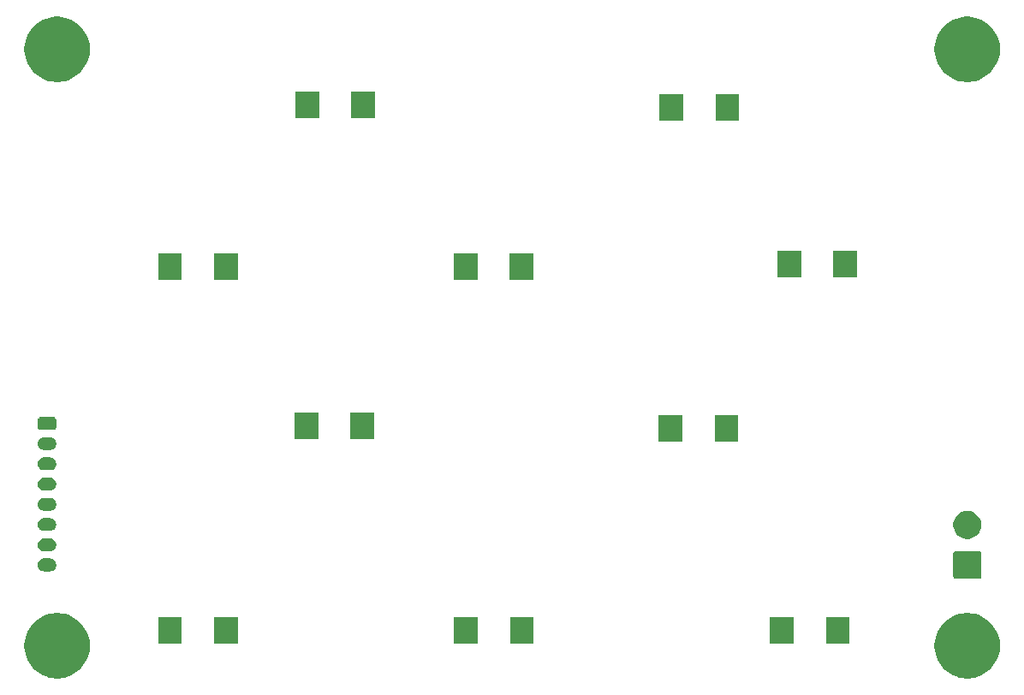
<source format=gbr>
%TF.GenerationSoftware,KiCad,Pcbnew,9.0.5*%
%TF.CreationDate,2025-11-04T14:37:27-05:00*%
%TF.ProjectId,display,64697370-6c61-4792-9e6b-696361645f70,0.1.0*%
%TF.SameCoordinates,Original*%
%TF.FileFunction,Soldermask,Bot*%
%TF.FilePolarity,Negative*%
%FSLAX46Y46*%
G04 Gerber Fmt 4.6, Leading zero omitted, Abs format (unit mm)*
G04 Created by KiCad (PCBNEW 9.0.5) date 2025-11-04 14:37:27*
%MOMM*%
%LPD*%
G01*
G04 APERTURE LIST*
G04 APERTURE END LIST*
G36*
X11475113Y-71797046D02*
G01*
X11786770Y-71859039D01*
X12090849Y-71951280D01*
X12384423Y-72072883D01*
X12664665Y-72222675D01*
X12928874Y-72399214D01*
X13174508Y-72600800D01*
X13399200Y-72825492D01*
X13600786Y-73071126D01*
X13777325Y-73335335D01*
X13927117Y-73615577D01*
X14048720Y-73909151D01*
X14140961Y-74213230D01*
X14202954Y-74524887D01*
X14234100Y-74841119D01*
X14234100Y-75158881D01*
X14202954Y-75475113D01*
X14140961Y-75786770D01*
X14048720Y-76090849D01*
X13927117Y-76384423D01*
X13777325Y-76664665D01*
X13600786Y-76928874D01*
X13399200Y-77174508D01*
X13174508Y-77399200D01*
X12928874Y-77600786D01*
X12664665Y-77777325D01*
X12384423Y-77927117D01*
X12090849Y-78048720D01*
X11786770Y-78140961D01*
X11475113Y-78202954D01*
X11158881Y-78234100D01*
X10841119Y-78234100D01*
X10524887Y-78202954D01*
X10213230Y-78140961D01*
X9909151Y-78048720D01*
X9615577Y-77927117D01*
X9335335Y-77777325D01*
X9071126Y-77600786D01*
X8825492Y-77399200D01*
X8600800Y-77174508D01*
X8399214Y-76928874D01*
X8222675Y-76664665D01*
X8072883Y-76384423D01*
X7951280Y-76090849D01*
X7859039Y-75786770D01*
X7797046Y-75475113D01*
X7765900Y-75158881D01*
X7765900Y-74841119D01*
X7797046Y-74524887D01*
X7859039Y-74213230D01*
X7951280Y-73909151D01*
X8072883Y-73615577D01*
X8222675Y-73335335D01*
X8399214Y-73071126D01*
X8600800Y-72825492D01*
X8825492Y-72600800D01*
X9071126Y-72399214D01*
X9335335Y-72222675D01*
X9615577Y-72072883D01*
X9909151Y-71951280D01*
X10213230Y-71859039D01*
X10524887Y-71797046D01*
X10841119Y-71765900D01*
X11158881Y-71765900D01*
X11475113Y-71797046D01*
G37*
G36*
X101475113Y-71797046D02*
G01*
X101786770Y-71859039D01*
X102090849Y-71951280D01*
X102384423Y-72072883D01*
X102664665Y-72222675D01*
X102928874Y-72399214D01*
X103174508Y-72600800D01*
X103399200Y-72825492D01*
X103600786Y-73071126D01*
X103777325Y-73335335D01*
X103927117Y-73615577D01*
X104048720Y-73909151D01*
X104140961Y-74213230D01*
X104202954Y-74524887D01*
X104234100Y-74841119D01*
X104234100Y-75158881D01*
X104202954Y-75475113D01*
X104140961Y-75786770D01*
X104048720Y-76090849D01*
X103927117Y-76384423D01*
X103777325Y-76664665D01*
X103600786Y-76928874D01*
X103399200Y-77174508D01*
X103174508Y-77399200D01*
X102928874Y-77600786D01*
X102664665Y-77777325D01*
X102384423Y-77927117D01*
X102090849Y-78048720D01*
X101786770Y-78140961D01*
X101475113Y-78202954D01*
X101158881Y-78234100D01*
X100841119Y-78234100D01*
X100524887Y-78202954D01*
X100213230Y-78140961D01*
X99909151Y-78048720D01*
X99615577Y-77927117D01*
X99335335Y-77777325D01*
X99071126Y-77600786D01*
X98825492Y-77399200D01*
X98600800Y-77174508D01*
X98399214Y-76928874D01*
X98222675Y-76664665D01*
X98072883Y-76384423D01*
X97951280Y-76090849D01*
X97859039Y-75786770D01*
X97797046Y-75475113D01*
X97765900Y-75158881D01*
X97765900Y-74841119D01*
X97797046Y-74524887D01*
X97859039Y-74213230D01*
X97951280Y-73909151D01*
X98072883Y-73615577D01*
X98222675Y-73335335D01*
X98399214Y-73071126D01*
X98600800Y-72825492D01*
X98825492Y-72600800D01*
X99071126Y-72399214D01*
X99335335Y-72222675D01*
X99615577Y-72072883D01*
X99909151Y-71951280D01*
X100213230Y-71859039D01*
X100524887Y-71797046D01*
X100841119Y-71765900D01*
X101158881Y-71765900D01*
X101475113Y-71797046D01*
G37*
G36*
X23298742Y-72169493D02*
G01*
X23311070Y-72177730D01*
X23319307Y-72190058D01*
X23322200Y-72204600D01*
X23322200Y-74795400D01*
X23319307Y-74809942D01*
X23311070Y-74822270D01*
X23298742Y-74830507D01*
X23284200Y-74833400D01*
X21023600Y-74833400D01*
X21009058Y-74830507D01*
X20996730Y-74822270D01*
X20988493Y-74809942D01*
X20985600Y-74795400D01*
X20985600Y-72204600D01*
X20988493Y-72190058D01*
X20996730Y-72177730D01*
X21009058Y-72169493D01*
X21023600Y-72166600D01*
X23284200Y-72166600D01*
X23298742Y-72169493D01*
G37*
G36*
X28835942Y-72169493D02*
G01*
X28848270Y-72177730D01*
X28856507Y-72190058D01*
X28859400Y-72204600D01*
X28859400Y-74795400D01*
X28856507Y-74809942D01*
X28848270Y-74822270D01*
X28835942Y-74830507D01*
X28821400Y-74833400D01*
X26560800Y-74833400D01*
X26546258Y-74830507D01*
X26533930Y-74822270D01*
X26525693Y-74809942D01*
X26522800Y-74795400D01*
X26522800Y-72204600D01*
X26525693Y-72190058D01*
X26533930Y-72177730D01*
X26546258Y-72169493D01*
X26560800Y-72166600D01*
X28821400Y-72166600D01*
X28835942Y-72169493D01*
G37*
G36*
X52548742Y-72169493D02*
G01*
X52561070Y-72177730D01*
X52569307Y-72190058D01*
X52572200Y-72204600D01*
X52572200Y-74795400D01*
X52569307Y-74809942D01*
X52561070Y-74822270D01*
X52548742Y-74830507D01*
X52534200Y-74833400D01*
X50273600Y-74833400D01*
X50259058Y-74830507D01*
X50246730Y-74822270D01*
X50238493Y-74809942D01*
X50235600Y-74795400D01*
X50235600Y-72204600D01*
X50238493Y-72190058D01*
X50246730Y-72177730D01*
X50259058Y-72169493D01*
X50273600Y-72166600D01*
X52534200Y-72166600D01*
X52548742Y-72169493D01*
G37*
G36*
X58085942Y-72169493D02*
G01*
X58098270Y-72177730D01*
X58106507Y-72190058D01*
X58109400Y-72204600D01*
X58109400Y-74795400D01*
X58106507Y-74809942D01*
X58098270Y-74822270D01*
X58085942Y-74830507D01*
X58071400Y-74833400D01*
X55810800Y-74833400D01*
X55796258Y-74830507D01*
X55783930Y-74822270D01*
X55775693Y-74809942D01*
X55772800Y-74795400D01*
X55772800Y-72204600D01*
X55775693Y-72190058D01*
X55783930Y-72177730D01*
X55796258Y-72169493D01*
X55810800Y-72166600D01*
X58071400Y-72166600D01*
X58085942Y-72169493D01*
G37*
G36*
X83798742Y-72169493D02*
G01*
X83811070Y-72177730D01*
X83819307Y-72190058D01*
X83822200Y-72204600D01*
X83822200Y-74795400D01*
X83819307Y-74809942D01*
X83811070Y-74822270D01*
X83798742Y-74830507D01*
X83784200Y-74833400D01*
X81523600Y-74833400D01*
X81509058Y-74830507D01*
X81496730Y-74822270D01*
X81488493Y-74809942D01*
X81485600Y-74795400D01*
X81485600Y-72204600D01*
X81488493Y-72190058D01*
X81496730Y-72177730D01*
X81509058Y-72169493D01*
X81523600Y-72166600D01*
X83784200Y-72166600D01*
X83798742Y-72169493D01*
G37*
G36*
X89335942Y-72169493D02*
G01*
X89348270Y-72177730D01*
X89356507Y-72190058D01*
X89359400Y-72204600D01*
X89359400Y-74795400D01*
X89356507Y-74809942D01*
X89348270Y-74822270D01*
X89335942Y-74830507D01*
X89321400Y-74833400D01*
X87060800Y-74833400D01*
X87046258Y-74830507D01*
X87033930Y-74822270D01*
X87025693Y-74809942D01*
X87022800Y-74795400D01*
X87022800Y-72204600D01*
X87025693Y-72190058D01*
X87033930Y-72177730D01*
X87046258Y-72169493D01*
X87060800Y-72166600D01*
X89321400Y-72166600D01*
X89335942Y-72169493D01*
G37*
G36*
X102168437Y-65619650D02*
G01*
X102183362Y-65626240D01*
X102191051Y-65627458D01*
X102223073Y-65643774D01*
X102265259Y-65662401D01*
X102340099Y-65737241D01*
X102358728Y-65779433D01*
X102375041Y-65811448D01*
X102376258Y-65819134D01*
X102382850Y-65834063D01*
X102390499Y-65900002D01*
X102390499Y-65909043D01*
X102390500Y-65909050D01*
X102390500Y-67062482D01*
X102390500Y-68099999D01*
X102382850Y-68165937D01*
X102376258Y-68180866D01*
X102375041Y-68188551D01*
X102358732Y-68220559D01*
X102340099Y-68262759D01*
X102265259Y-68337599D01*
X102223059Y-68356232D01*
X102191051Y-68372541D01*
X102183366Y-68373758D01*
X102168437Y-68380350D01*
X102102498Y-68387999D01*
X102093455Y-68387999D01*
X102093449Y-68388000D01*
X99911551Y-68388000D01*
X99911550Y-68387999D01*
X99902501Y-68388000D01*
X99836563Y-68380350D01*
X99821634Y-68373758D01*
X99813948Y-68372541D01*
X99781933Y-68356228D01*
X99739741Y-68337599D01*
X99664901Y-68262759D01*
X99646274Y-68220573D01*
X99629958Y-68188551D01*
X99628740Y-68180862D01*
X99622150Y-68165937D01*
X99614501Y-68099998D01*
X99614500Y-68090955D01*
X99614500Y-68090949D01*
X99614500Y-65909050D01*
X99614500Y-65909049D01*
X99614500Y-65900001D01*
X99622150Y-65834063D01*
X99628740Y-65819137D01*
X99629958Y-65811448D01*
X99646277Y-65779418D01*
X99664901Y-65737241D01*
X99739741Y-65662401D01*
X99781918Y-65643777D01*
X99813948Y-65627458D01*
X99821637Y-65626240D01*
X99836563Y-65619650D01*
X99902502Y-65612001D01*
X99911544Y-65612000D01*
X99911551Y-65612000D01*
X102093449Y-65612000D01*
X102102499Y-65612000D01*
X102168437Y-65619650D01*
G37*
G36*
X10337535Y-66365072D02*
G01*
X10460202Y-66389472D01*
X10575751Y-66437334D01*
X10679743Y-66506819D01*
X10768181Y-66595257D01*
X10837666Y-66699249D01*
X10885528Y-66814798D01*
X10909928Y-66937465D01*
X10909928Y-67062535D01*
X10885528Y-67185202D01*
X10837666Y-67300751D01*
X10768181Y-67404743D01*
X10679743Y-67493181D01*
X10575751Y-67562666D01*
X10460202Y-67610528D01*
X10337535Y-67634928D01*
X10275000Y-67638000D01*
X10272186Y-67638000D01*
X9727814Y-67638000D01*
X9725000Y-67638000D01*
X9662465Y-67634928D01*
X9539798Y-67610528D01*
X9424249Y-67562666D01*
X9320257Y-67493181D01*
X9231819Y-67404743D01*
X9162334Y-67300751D01*
X9114472Y-67185202D01*
X9090072Y-67062535D01*
X9090072Y-66937465D01*
X9114472Y-66814798D01*
X9162334Y-66699249D01*
X9231819Y-66595257D01*
X9320257Y-66506819D01*
X9424249Y-66437334D01*
X9539798Y-66389472D01*
X9662465Y-66365072D01*
X9725000Y-66362000D01*
X10275000Y-66362000D01*
X10337535Y-66365072D01*
G37*
G36*
X10337535Y-64365072D02*
G01*
X10460202Y-64389472D01*
X10575751Y-64437334D01*
X10679743Y-64506819D01*
X10768181Y-64595257D01*
X10837666Y-64699249D01*
X10885528Y-64814798D01*
X10909928Y-64937465D01*
X10909928Y-65062535D01*
X10885528Y-65185202D01*
X10837666Y-65300751D01*
X10768181Y-65404743D01*
X10679743Y-65493181D01*
X10575751Y-65562666D01*
X10460202Y-65610528D01*
X10337535Y-65634928D01*
X10275000Y-65638000D01*
X10272186Y-65638000D01*
X9727814Y-65638000D01*
X9725000Y-65638000D01*
X9662465Y-65634928D01*
X9539798Y-65610528D01*
X9424249Y-65562666D01*
X9320257Y-65493181D01*
X9231819Y-65404743D01*
X9162334Y-65300751D01*
X9114472Y-65185202D01*
X9090072Y-65062535D01*
X9090072Y-64937465D01*
X9114472Y-64814798D01*
X9162334Y-64699249D01*
X9231819Y-64595257D01*
X9320257Y-64506819D01*
X9424249Y-64437334D01*
X9539798Y-64389472D01*
X9662465Y-64365072D01*
X9725000Y-64362000D01*
X10275000Y-64362000D01*
X10337535Y-64365072D01*
G37*
G36*
X101326522Y-61690351D02*
G01*
X101533665Y-61757655D01*
X101727728Y-61856535D01*
X101903934Y-61984557D01*
X102057943Y-62138566D01*
X102185965Y-62314772D01*
X102284845Y-62508835D01*
X102352149Y-62715978D01*
X102386221Y-62931099D01*
X102386221Y-63148901D01*
X102352149Y-63364022D01*
X102284845Y-63571165D01*
X102185965Y-63765228D01*
X102057943Y-63941434D01*
X101903934Y-64095443D01*
X101727728Y-64223465D01*
X101533665Y-64322345D01*
X101326522Y-64389649D01*
X101111401Y-64423721D01*
X100893599Y-64423721D01*
X100678478Y-64389649D01*
X100471335Y-64322345D01*
X100277272Y-64223465D01*
X100101066Y-64095443D01*
X99947057Y-63941434D01*
X99819035Y-63765228D01*
X99720155Y-63571165D01*
X99652851Y-63364022D01*
X99618779Y-63148901D01*
X99618779Y-62931099D01*
X99652851Y-62715978D01*
X99720155Y-62508835D01*
X99819035Y-62314772D01*
X99947057Y-62138566D01*
X100101066Y-61984557D01*
X100277272Y-61856535D01*
X100471335Y-61757655D01*
X100678478Y-61690351D01*
X100893599Y-61656279D01*
X101111401Y-61656279D01*
X101326522Y-61690351D01*
G37*
G36*
X10337535Y-62365072D02*
G01*
X10460202Y-62389472D01*
X10575751Y-62437334D01*
X10679743Y-62506819D01*
X10768181Y-62595257D01*
X10837666Y-62699249D01*
X10885528Y-62814798D01*
X10909928Y-62937465D01*
X10909928Y-63062535D01*
X10885528Y-63185202D01*
X10837666Y-63300751D01*
X10768181Y-63404743D01*
X10679743Y-63493181D01*
X10575751Y-63562666D01*
X10460202Y-63610528D01*
X10337535Y-63634928D01*
X10275000Y-63638000D01*
X10272186Y-63638000D01*
X9727814Y-63638000D01*
X9725000Y-63638000D01*
X9662465Y-63634928D01*
X9539798Y-63610528D01*
X9424249Y-63562666D01*
X9320257Y-63493181D01*
X9231819Y-63404743D01*
X9162334Y-63300751D01*
X9114472Y-63185202D01*
X9090072Y-63062535D01*
X9090072Y-62937465D01*
X9114472Y-62814798D01*
X9162334Y-62699249D01*
X9231819Y-62595257D01*
X9320257Y-62506819D01*
X9424249Y-62437334D01*
X9539798Y-62389472D01*
X9662465Y-62365072D01*
X9725000Y-62362000D01*
X10275000Y-62362000D01*
X10337535Y-62365072D01*
G37*
G36*
X10337535Y-60365072D02*
G01*
X10460202Y-60389472D01*
X10575751Y-60437334D01*
X10679743Y-60506819D01*
X10768181Y-60595257D01*
X10837666Y-60699249D01*
X10885528Y-60814798D01*
X10909928Y-60937465D01*
X10909928Y-61062535D01*
X10885528Y-61185202D01*
X10837666Y-61300751D01*
X10768181Y-61404743D01*
X10679743Y-61493181D01*
X10575751Y-61562666D01*
X10460202Y-61610528D01*
X10337535Y-61634928D01*
X10275000Y-61638000D01*
X10272186Y-61638000D01*
X9727814Y-61638000D01*
X9725000Y-61638000D01*
X9662465Y-61634928D01*
X9539798Y-61610528D01*
X9424249Y-61562666D01*
X9320257Y-61493181D01*
X9231819Y-61404743D01*
X9162334Y-61300751D01*
X9114472Y-61185202D01*
X9090072Y-61062535D01*
X9090072Y-60937465D01*
X9114472Y-60814798D01*
X9162334Y-60699249D01*
X9231819Y-60595257D01*
X9320257Y-60506819D01*
X9424249Y-60437334D01*
X9539798Y-60389472D01*
X9662465Y-60365072D01*
X9725000Y-60362000D01*
X10275000Y-60362000D01*
X10337535Y-60365072D01*
G37*
G36*
X10337535Y-58365072D02*
G01*
X10460202Y-58389472D01*
X10575751Y-58437334D01*
X10679743Y-58506819D01*
X10768181Y-58595257D01*
X10837666Y-58699249D01*
X10885528Y-58814798D01*
X10909928Y-58937465D01*
X10909928Y-59062535D01*
X10885528Y-59185202D01*
X10837666Y-59300751D01*
X10768181Y-59404743D01*
X10679743Y-59493181D01*
X10575751Y-59562666D01*
X10460202Y-59610528D01*
X10337535Y-59634928D01*
X10275000Y-59638000D01*
X10272186Y-59638000D01*
X9727814Y-59638000D01*
X9725000Y-59638000D01*
X9662465Y-59634928D01*
X9539798Y-59610528D01*
X9424249Y-59562666D01*
X9320257Y-59493181D01*
X9231819Y-59404743D01*
X9162334Y-59300751D01*
X9114472Y-59185202D01*
X9090072Y-59062535D01*
X9090072Y-58937465D01*
X9114472Y-58814798D01*
X9162334Y-58699249D01*
X9231819Y-58595257D01*
X9320257Y-58506819D01*
X9424249Y-58437334D01*
X9539798Y-58389472D01*
X9662465Y-58365072D01*
X9725000Y-58362000D01*
X10275000Y-58362000D01*
X10337535Y-58365072D01*
G37*
G36*
X10337535Y-56365072D02*
G01*
X10460202Y-56389472D01*
X10575751Y-56437334D01*
X10679743Y-56506819D01*
X10768181Y-56595257D01*
X10837666Y-56699249D01*
X10885528Y-56814798D01*
X10909928Y-56937465D01*
X10909928Y-57062535D01*
X10885528Y-57185202D01*
X10837666Y-57300751D01*
X10768181Y-57404743D01*
X10679743Y-57493181D01*
X10575751Y-57562666D01*
X10460202Y-57610528D01*
X10337535Y-57634928D01*
X10275000Y-57638000D01*
X10272186Y-57638000D01*
X9727814Y-57638000D01*
X9725000Y-57638000D01*
X9662465Y-57634928D01*
X9539798Y-57610528D01*
X9424249Y-57562666D01*
X9320257Y-57493181D01*
X9231819Y-57404743D01*
X9162334Y-57300751D01*
X9114472Y-57185202D01*
X9090072Y-57062535D01*
X9090072Y-56937465D01*
X9114472Y-56814798D01*
X9162334Y-56699249D01*
X9231819Y-56595257D01*
X9320257Y-56506819D01*
X9424249Y-56437334D01*
X9539798Y-56389472D01*
X9662465Y-56365072D01*
X9725000Y-56362000D01*
X10275000Y-56362000D01*
X10337535Y-56365072D01*
G37*
G36*
X10337535Y-54365072D02*
G01*
X10460202Y-54389472D01*
X10575751Y-54437334D01*
X10679743Y-54506819D01*
X10768181Y-54595257D01*
X10837666Y-54699249D01*
X10885528Y-54814798D01*
X10909928Y-54937465D01*
X10909928Y-55062535D01*
X10885528Y-55185202D01*
X10837666Y-55300751D01*
X10768181Y-55404743D01*
X10679743Y-55493181D01*
X10575751Y-55562666D01*
X10460202Y-55610528D01*
X10337535Y-55634928D01*
X10275000Y-55638000D01*
X10272186Y-55638000D01*
X9727814Y-55638000D01*
X9725000Y-55638000D01*
X9662465Y-55634928D01*
X9539798Y-55610528D01*
X9424249Y-55562666D01*
X9320257Y-55493181D01*
X9231819Y-55404743D01*
X9162334Y-55300751D01*
X9114472Y-55185202D01*
X9090072Y-55062535D01*
X9090072Y-54937465D01*
X9114472Y-54814798D01*
X9162334Y-54699249D01*
X9231819Y-54595257D01*
X9320257Y-54506819D01*
X9424249Y-54437334D01*
X9539798Y-54389472D01*
X9662465Y-54365072D01*
X9725000Y-54362000D01*
X10275000Y-54362000D01*
X10337535Y-54365072D01*
G37*
G36*
X72793742Y-52169493D02*
G01*
X72806070Y-52177730D01*
X72814307Y-52190058D01*
X72817200Y-52204600D01*
X72817200Y-54795400D01*
X72814307Y-54809942D01*
X72806070Y-54822270D01*
X72793742Y-54830507D01*
X72779200Y-54833400D01*
X70518600Y-54833400D01*
X70504058Y-54830507D01*
X70491730Y-54822270D01*
X70483493Y-54809942D01*
X70480600Y-54795400D01*
X70480600Y-52204600D01*
X70483493Y-52190058D01*
X70491730Y-52177730D01*
X70504058Y-52169493D01*
X70518600Y-52166600D01*
X72779200Y-52166600D01*
X72793742Y-52169493D01*
G37*
G36*
X78330942Y-52169493D02*
G01*
X78343270Y-52177730D01*
X78351507Y-52190058D01*
X78354400Y-52204600D01*
X78354400Y-54795400D01*
X78351507Y-54809942D01*
X78343270Y-54822270D01*
X78330942Y-54830507D01*
X78316400Y-54833400D01*
X76055800Y-54833400D01*
X76041258Y-54830507D01*
X76028930Y-54822270D01*
X76020693Y-54809942D01*
X76017800Y-54795400D01*
X76017800Y-52204600D01*
X76020693Y-52190058D01*
X76028930Y-52177730D01*
X76041258Y-52169493D01*
X76055800Y-52166600D01*
X78316400Y-52166600D01*
X78330942Y-52169493D01*
G37*
G36*
X36793742Y-51919493D02*
G01*
X36806070Y-51927730D01*
X36814307Y-51940058D01*
X36817200Y-51954600D01*
X36817200Y-54545400D01*
X36814307Y-54559942D01*
X36806070Y-54572270D01*
X36793742Y-54580507D01*
X36779200Y-54583400D01*
X34518600Y-54583400D01*
X34504058Y-54580507D01*
X34491730Y-54572270D01*
X34483493Y-54559942D01*
X34480600Y-54545400D01*
X34480600Y-51954600D01*
X34483493Y-51940058D01*
X34491730Y-51927730D01*
X34504058Y-51919493D01*
X34518600Y-51916600D01*
X36779200Y-51916600D01*
X36793742Y-51919493D01*
G37*
G36*
X42330942Y-51919493D02*
G01*
X42343270Y-51927730D01*
X42351507Y-51940058D01*
X42354400Y-51954600D01*
X42354400Y-54545400D01*
X42351507Y-54559942D01*
X42343270Y-54572270D01*
X42330942Y-54580507D01*
X42316400Y-54583400D01*
X40055800Y-54583400D01*
X40041258Y-54580507D01*
X40028930Y-54572270D01*
X40020693Y-54559942D01*
X40017800Y-54545400D01*
X40017800Y-51954600D01*
X40020693Y-51940058D01*
X40028930Y-51927730D01*
X40041258Y-51919493D01*
X40055800Y-51916600D01*
X42316400Y-51916600D01*
X42330942Y-51919493D01*
G37*
G36*
X10690938Y-52369650D02*
G01*
X10705863Y-52376240D01*
X10713552Y-52377458D01*
X10745578Y-52393776D01*
X10787759Y-52412401D01*
X10862599Y-52487241D01*
X10881226Y-52529428D01*
X10897541Y-52561447D01*
X10898758Y-52569133D01*
X10905350Y-52584062D01*
X10913000Y-52650000D01*
X10913000Y-53350000D01*
X10905350Y-53415938D01*
X10898758Y-53430867D01*
X10897541Y-53438552D01*
X10881230Y-53470563D01*
X10862599Y-53512759D01*
X10787759Y-53587599D01*
X10745563Y-53606230D01*
X10713552Y-53622541D01*
X10705867Y-53623758D01*
X10690938Y-53630350D01*
X10625000Y-53638000D01*
X9375000Y-53638000D01*
X9309062Y-53630350D01*
X9294133Y-53623758D01*
X9286447Y-53622541D01*
X9254428Y-53606226D01*
X9212241Y-53587599D01*
X9137401Y-53512759D01*
X9118776Y-53470578D01*
X9102458Y-53438552D01*
X9101240Y-53430863D01*
X9094650Y-53415938D01*
X9087000Y-53350000D01*
X9087000Y-52650000D01*
X9094650Y-52584062D01*
X9101240Y-52569137D01*
X9102458Y-52561447D01*
X9118779Y-52529414D01*
X9137401Y-52487241D01*
X9212241Y-52412401D01*
X9254414Y-52393779D01*
X9286447Y-52377458D01*
X9294137Y-52376240D01*
X9309062Y-52369650D01*
X9375000Y-52362000D01*
X10625000Y-52362000D01*
X10690938Y-52369650D01*
G37*
G36*
X23293742Y-36169493D02*
G01*
X23306070Y-36177730D01*
X23314307Y-36190058D01*
X23317200Y-36204600D01*
X23317200Y-38795400D01*
X23314307Y-38809942D01*
X23306070Y-38822270D01*
X23293742Y-38830507D01*
X23279200Y-38833400D01*
X21018600Y-38833400D01*
X21004058Y-38830507D01*
X20991730Y-38822270D01*
X20983493Y-38809942D01*
X20980600Y-38795400D01*
X20980600Y-36204600D01*
X20983493Y-36190058D01*
X20991730Y-36177730D01*
X21004058Y-36169493D01*
X21018600Y-36166600D01*
X23279200Y-36166600D01*
X23293742Y-36169493D01*
G37*
G36*
X28830942Y-36169493D02*
G01*
X28843270Y-36177730D01*
X28851507Y-36190058D01*
X28854400Y-36204600D01*
X28854400Y-38795400D01*
X28851507Y-38809942D01*
X28843270Y-38822270D01*
X28830942Y-38830507D01*
X28816400Y-38833400D01*
X26555800Y-38833400D01*
X26541258Y-38830507D01*
X26528930Y-38822270D01*
X26520693Y-38809942D01*
X26517800Y-38795400D01*
X26517800Y-36204600D01*
X26520693Y-36190058D01*
X26528930Y-36177730D01*
X26541258Y-36169493D01*
X26555800Y-36166600D01*
X28816400Y-36166600D01*
X28830942Y-36169493D01*
G37*
G36*
X52543742Y-36169493D02*
G01*
X52556070Y-36177730D01*
X52564307Y-36190058D01*
X52567200Y-36204600D01*
X52567200Y-38795400D01*
X52564307Y-38809942D01*
X52556070Y-38822270D01*
X52543742Y-38830507D01*
X52529200Y-38833400D01*
X50268600Y-38833400D01*
X50254058Y-38830507D01*
X50241730Y-38822270D01*
X50233493Y-38809942D01*
X50230600Y-38795400D01*
X50230600Y-36204600D01*
X50233493Y-36190058D01*
X50241730Y-36177730D01*
X50254058Y-36169493D01*
X50268600Y-36166600D01*
X52529200Y-36166600D01*
X52543742Y-36169493D01*
G37*
G36*
X58080942Y-36169493D02*
G01*
X58093270Y-36177730D01*
X58101507Y-36190058D01*
X58104400Y-36204600D01*
X58104400Y-38795400D01*
X58101507Y-38809942D01*
X58093270Y-38822270D01*
X58080942Y-38830507D01*
X58066400Y-38833400D01*
X55805800Y-38833400D01*
X55791258Y-38830507D01*
X55778930Y-38822270D01*
X55770693Y-38809942D01*
X55767800Y-38795400D01*
X55767800Y-36204600D01*
X55770693Y-36190058D01*
X55778930Y-36177730D01*
X55791258Y-36169493D01*
X55805800Y-36166600D01*
X58066400Y-36166600D01*
X58080942Y-36169493D01*
G37*
G36*
X84543742Y-35919493D02*
G01*
X84556070Y-35927730D01*
X84564307Y-35940058D01*
X84567200Y-35954600D01*
X84567200Y-38545400D01*
X84564307Y-38559942D01*
X84556070Y-38572270D01*
X84543742Y-38580507D01*
X84529200Y-38583400D01*
X82268600Y-38583400D01*
X82254058Y-38580507D01*
X82241730Y-38572270D01*
X82233493Y-38559942D01*
X82230600Y-38545400D01*
X82230600Y-35954600D01*
X82233493Y-35940058D01*
X82241730Y-35927730D01*
X82254058Y-35919493D01*
X82268600Y-35916600D01*
X84529200Y-35916600D01*
X84543742Y-35919493D01*
G37*
G36*
X90080942Y-35919493D02*
G01*
X90093270Y-35927730D01*
X90101507Y-35940058D01*
X90104400Y-35954600D01*
X90104400Y-38545400D01*
X90101507Y-38559942D01*
X90093270Y-38572270D01*
X90080942Y-38580507D01*
X90066400Y-38583400D01*
X87805800Y-38583400D01*
X87791258Y-38580507D01*
X87778930Y-38572270D01*
X87770693Y-38559942D01*
X87767800Y-38545400D01*
X87767800Y-35954600D01*
X87770693Y-35940058D01*
X87778930Y-35927730D01*
X87791258Y-35919493D01*
X87805800Y-35916600D01*
X90066400Y-35916600D01*
X90080942Y-35919493D01*
G37*
G36*
X72876242Y-20419493D02*
G01*
X72888570Y-20427730D01*
X72896807Y-20440058D01*
X72899700Y-20454600D01*
X72899700Y-23045400D01*
X72896807Y-23059942D01*
X72888570Y-23072270D01*
X72876242Y-23080507D01*
X72861700Y-23083400D01*
X70601100Y-23083400D01*
X70586558Y-23080507D01*
X70574230Y-23072270D01*
X70565993Y-23059942D01*
X70563100Y-23045400D01*
X70563100Y-20454600D01*
X70565993Y-20440058D01*
X70574230Y-20427730D01*
X70586558Y-20419493D01*
X70601100Y-20416600D01*
X72861700Y-20416600D01*
X72876242Y-20419493D01*
G37*
G36*
X78413442Y-20419493D02*
G01*
X78425770Y-20427730D01*
X78434007Y-20440058D01*
X78436900Y-20454600D01*
X78436900Y-23045400D01*
X78434007Y-23059942D01*
X78425770Y-23072270D01*
X78413442Y-23080507D01*
X78398900Y-23083400D01*
X76138300Y-23083400D01*
X76123758Y-23080507D01*
X76111430Y-23072270D01*
X76103193Y-23059942D01*
X76100300Y-23045400D01*
X76100300Y-20454600D01*
X76103193Y-20440058D01*
X76111430Y-20427730D01*
X76123758Y-20419493D01*
X76138300Y-20416600D01*
X78398900Y-20416600D01*
X78413442Y-20419493D01*
G37*
G36*
X36876242Y-20169493D02*
G01*
X36888570Y-20177730D01*
X36896807Y-20190058D01*
X36899700Y-20204600D01*
X36899700Y-22795400D01*
X36896807Y-22809942D01*
X36888570Y-22822270D01*
X36876242Y-22830507D01*
X36861700Y-22833400D01*
X34601100Y-22833400D01*
X34586558Y-22830507D01*
X34574230Y-22822270D01*
X34565993Y-22809942D01*
X34563100Y-22795400D01*
X34563100Y-20204600D01*
X34565993Y-20190058D01*
X34574230Y-20177730D01*
X34586558Y-20169493D01*
X34601100Y-20166600D01*
X36861700Y-20166600D01*
X36876242Y-20169493D01*
G37*
G36*
X42413442Y-20169493D02*
G01*
X42425770Y-20177730D01*
X42434007Y-20190058D01*
X42436900Y-20204600D01*
X42436900Y-22795400D01*
X42434007Y-22809942D01*
X42425770Y-22822270D01*
X42413442Y-22830507D01*
X42398900Y-22833400D01*
X40138300Y-22833400D01*
X40123758Y-22830507D01*
X40111430Y-22822270D01*
X40103193Y-22809942D01*
X40100300Y-22795400D01*
X40100300Y-20204600D01*
X40103193Y-20190058D01*
X40111430Y-20177730D01*
X40123758Y-20169493D01*
X40138300Y-20166600D01*
X42398900Y-20166600D01*
X42413442Y-20169493D01*
G37*
G36*
X11475113Y-12797046D02*
G01*
X11786770Y-12859039D01*
X12090849Y-12951280D01*
X12384423Y-13072883D01*
X12664665Y-13222675D01*
X12928874Y-13399214D01*
X13174508Y-13600800D01*
X13399200Y-13825492D01*
X13600786Y-14071126D01*
X13777325Y-14335335D01*
X13927117Y-14615577D01*
X14048720Y-14909151D01*
X14140961Y-15213230D01*
X14202954Y-15524887D01*
X14234100Y-15841119D01*
X14234100Y-16158881D01*
X14202954Y-16475113D01*
X14140961Y-16786770D01*
X14048720Y-17090849D01*
X13927117Y-17384423D01*
X13777325Y-17664665D01*
X13600786Y-17928874D01*
X13399200Y-18174508D01*
X13174508Y-18399200D01*
X12928874Y-18600786D01*
X12664665Y-18777325D01*
X12384423Y-18927117D01*
X12090849Y-19048720D01*
X11786770Y-19140961D01*
X11475113Y-19202954D01*
X11158881Y-19234100D01*
X10841119Y-19234100D01*
X10524887Y-19202954D01*
X10213230Y-19140961D01*
X9909151Y-19048720D01*
X9615577Y-18927117D01*
X9335335Y-18777325D01*
X9071126Y-18600786D01*
X8825492Y-18399200D01*
X8600800Y-18174508D01*
X8399214Y-17928874D01*
X8222675Y-17664665D01*
X8072883Y-17384423D01*
X7951280Y-17090849D01*
X7859039Y-16786770D01*
X7797046Y-16475113D01*
X7765900Y-16158881D01*
X7765900Y-15841119D01*
X7797046Y-15524887D01*
X7859039Y-15213230D01*
X7951280Y-14909151D01*
X8072883Y-14615577D01*
X8222675Y-14335335D01*
X8399214Y-14071126D01*
X8600800Y-13825492D01*
X8825492Y-13600800D01*
X9071126Y-13399214D01*
X9335335Y-13222675D01*
X9615577Y-13072883D01*
X9909151Y-12951280D01*
X10213230Y-12859039D01*
X10524887Y-12797046D01*
X10841119Y-12765900D01*
X11158881Y-12765900D01*
X11475113Y-12797046D01*
G37*
G36*
X101475113Y-12797046D02*
G01*
X101786770Y-12859039D01*
X102090849Y-12951280D01*
X102384423Y-13072883D01*
X102664665Y-13222675D01*
X102928874Y-13399214D01*
X103174508Y-13600800D01*
X103399200Y-13825492D01*
X103600786Y-14071126D01*
X103777325Y-14335335D01*
X103927117Y-14615577D01*
X104048720Y-14909151D01*
X104140961Y-15213230D01*
X104202954Y-15524887D01*
X104234100Y-15841119D01*
X104234100Y-16158881D01*
X104202954Y-16475113D01*
X104140961Y-16786770D01*
X104048720Y-17090849D01*
X103927117Y-17384423D01*
X103777325Y-17664665D01*
X103600786Y-17928874D01*
X103399200Y-18174508D01*
X103174508Y-18399200D01*
X102928874Y-18600786D01*
X102664665Y-18777325D01*
X102384423Y-18927117D01*
X102090849Y-19048720D01*
X101786770Y-19140961D01*
X101475113Y-19202954D01*
X101158881Y-19234100D01*
X100841119Y-19234100D01*
X100524887Y-19202954D01*
X100213230Y-19140961D01*
X99909151Y-19048720D01*
X99615577Y-18927117D01*
X99335335Y-18777325D01*
X99071126Y-18600786D01*
X98825492Y-18399200D01*
X98600800Y-18174508D01*
X98399214Y-17928874D01*
X98222675Y-17664665D01*
X98072883Y-17384423D01*
X97951280Y-17090849D01*
X97859039Y-16786770D01*
X97797046Y-16475113D01*
X97765900Y-16158881D01*
X97765900Y-15841119D01*
X97797046Y-15524887D01*
X97859039Y-15213230D01*
X97951280Y-14909151D01*
X98072883Y-14615577D01*
X98222675Y-14335335D01*
X98399214Y-14071126D01*
X98600800Y-13825492D01*
X98825492Y-13600800D01*
X99071126Y-13399214D01*
X99335335Y-13222675D01*
X99615577Y-13072883D01*
X99909151Y-12951280D01*
X100213230Y-12859039D01*
X100524887Y-12797046D01*
X100841119Y-12765900D01*
X101158881Y-12765900D01*
X101475113Y-12797046D01*
G37*
M02*

</source>
